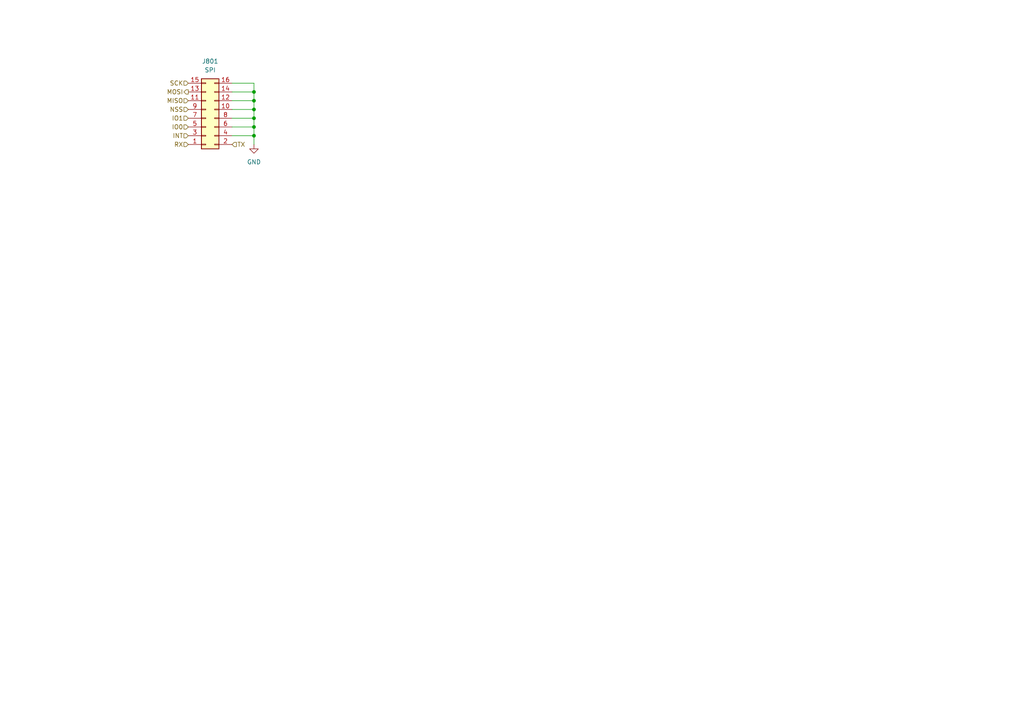
<source format=kicad_sch>
(kicad_sch (version 20211123) (generator eeschema)
  (paper "A4")
  (lib_symbols
    (symbol "Connector_Generic:Conn_02x08_Odd_Even" (pin_names (offset 1.016) hide)
      (property "Reference" "J" (at 1.27 10.16 0))
      (property "Value" "Conn_02x08_Odd_Even" (at 1.27 -12.7 0))
      (symbol "Conn_02x08_Odd_Even_1_1"
        (rectangle (start -1.27 -10.033) (end 0 -10.287) (stroke (width 0.1524)))
        (rectangle (start -1.27 -7.493) (end 0 -7.747) (stroke (width 0.1524)))
        (rectangle (start -1.27 -4.953) (end 0 -5.207) (stroke (width 0.1524)))
        (rectangle (start -1.27 -2.413) (end 0 -2.667) (stroke (width 0.1524)))
        (rectangle (start -1.27 0.127) (end 0 -0.127) (stroke (width 0.1524)))
        (rectangle (start -1.27 2.667) (end 0 2.413) (stroke (width 0.1524)))
        (rectangle (start -1.27 5.207) (end 0 4.953) (stroke (width 0.1524)))
        (rectangle (start -1.27 7.747) (end 0 7.493) (stroke (width 0.1524)))
        (rectangle (start -1.27 8.89) (end 3.81 -11.43) (stroke (width 0.254)) (fill (type background)))
        (rectangle (start 3.81 -10.033) (end 2.54 -10.287) (stroke (width 0.1524)))
        (rectangle (start 3.81 -7.493) (end 2.54 -7.747) (stroke (width 0.1524)))
        (rectangle (start 3.81 -4.953) (end 2.54 -5.207) (stroke (width 0.1524)))
        (rectangle (start 3.81 -2.413) (end 2.54 -2.667) (stroke (width 0.1524)))
        (rectangle (start 3.81 0.127) (end 2.54 -0.127) (stroke (width 0.1524)))
        (rectangle (start 3.81 2.667) (end 2.54 2.413) (stroke (width 0.1524)))
        (rectangle (start 3.81 5.207) (end 2.54 4.953) (stroke (width 0.1524)))
        (rectangle (start 3.81 7.747) (end 2.54 7.493) (stroke (width 0.1524)))
        (pin passive line (at -5.08 7.62 0) (length 3.81) (name "Pin_1") (number "1"))
        (pin passive line (at 7.62 -2.54 180) (length 3.81) (name "Pin_10") (number "10"))
        (pin passive line (at -5.08 -5.08 0) (length 3.81) (name "Pin_11") (number "11"))
        (pin passive line (at 7.62 -5.08 180) (length 3.81) (name "Pin_12") (number "12"))
        (pin passive line (at -5.08 -7.62 0) (length 3.81) (name "Pin_13") (number "13"))
        (pin passive line (at 7.62 -7.62 180) (length 3.81) (name "Pin_14") (number "14"))
        (pin passive line (at -5.08 -10.16 0) (length 3.81) (name "Pin_15") (number "15"))
        (pin passive line (at 7.62 -10.16 180) (length 3.81) (name "Pin_16") (number "16"))
        (pin passive line (at 7.62 7.62 180) (length 3.81) (name "Pin_2") (number "2"))
        (pin passive line (at -5.08 5.08 0) (length 3.81) (name "Pin_3") (number "3"))
        (pin passive line (at 7.62 5.08 180) (length 3.81) (name "Pin_4") (number "4"))
        (pin passive line (at -5.08 2.54 0) (length 3.81) (name "Pin_5") (number "5"))
        (pin passive line (at 7.62 2.54 180) (length 3.81) (name "Pin_6") (number "6"))
        (pin passive line (at -5.08 0 0) (length 3.81) (name "Pin_7") (number "7"))
        (pin passive line (at 7.62 0 180) (length 3.81) (name "Pin_8") (number "8"))
        (pin passive line (at -5.08 -2.54 0) (length 3.81) (name "Pin_9") (number "9"))
      )
    )
    (symbol "power:GND" (power) (pin_names (offset 0))
      (property "Value" "GND" (at 0 -3.81 0))
      (symbol "GND_0_1"
        (polyline (pts (xy 0 0) (xy 0 -1.27) (xy 1.27 -1.27) (xy 0 -2.54) (xy -1.27 -1.27) (xy 0 -1.27)))
      )
      (symbol "GND_1_1"
        (pin power_in line (at 0 0 270) (length 0) hide (name "GND") (number "1"))
      )
    )
  )
  (junction (at 73.66 26.67))
  (junction (at 73.66 36.83))
  (junction (at 73.66 31.75))
  (junction (at 73.66 34.29))
  (junction (at 73.66 39.37))
  (junction (at 73.66 29.21))
  (wire (pts (xy 67.31 36.83) (xy 73.66 36.83)))
  (wire (pts (xy 67.31 24.13) (xy 73.66 24.13)))
  (wire (pts (xy 67.31 26.67) (xy 73.66 26.67)))
  (wire (pts (xy 73.66 31.75) (xy 73.66 34.29)))
  (wire (pts (xy 67.31 31.75) (xy 73.66 31.75)))
  (wire (pts (xy 67.31 29.21) (xy 73.66 29.21)))
  (wire (pts (xy 73.66 39.37) (xy 73.66 41.91)))
  (wire (pts (xy 67.31 39.37) (xy 73.66 39.37)))
  (wire (pts (xy 73.66 29.21) (xy 73.66 31.75)))
  (wire (pts (xy 73.66 26.67) (xy 73.66 29.21)))
  (wire (pts (xy 67.31 34.29) (xy 73.66 34.29)))
  (wire (pts (xy 73.66 34.29) (xy 73.66 36.83)))
  (wire (pts (xy 73.66 24.13) (xy 73.66 26.67)))
  (wire (pts (xy 73.66 36.83) (xy 73.66 39.37)))
  (hierarchical_label "MISO" (shape input) (at 54.61 29.21 180))
  (hierarchical_label "NSS" (shape input) (at 54.61 31.75 180))
  (hierarchical_label "IO0" (shape input) (at 54.61 36.83 180))
  (hierarchical_label "IO1" (shape input) (at 54.61 34.29 180))
  (hierarchical_label "SCK" (shape input) (at 54.61 24.13 180))
  (hierarchical_label "MOSI" (shape output) (at 54.61 26.67 180))
  (hierarchical_label "TX" (shape input) (at 67.31 41.91 0))
  (hierarchical_label "RX" (shape input) (at 54.61 41.91 180))
  (hierarchical_label "INT" (shape input) (at 54.61 39.37 180))
  (symbol (lib_id "power:GND") (at 73.66 41.91 0) (unit 1)
    (property "Reference" "#PWR0104" (effects hide))
    (property "Value" "GND" (at 73.66 46.99 0))
  )
  (symbol (lib_id "Connector_Generic:Conn_02x08_Odd_Even") (at 59.69 34.29 0) (mirror x) (unit 1)
    (property "Reference" "J801" (at 60.96 17.78 0))
    (property "Value" "SPI" (at 60.96 20.32 0))
    (property "Footprint" "Connector_PinSocket_2.54mm:PinSocket_2x08_P2.54mm_Horizontal" (effects hide))
  )
)
</source>
